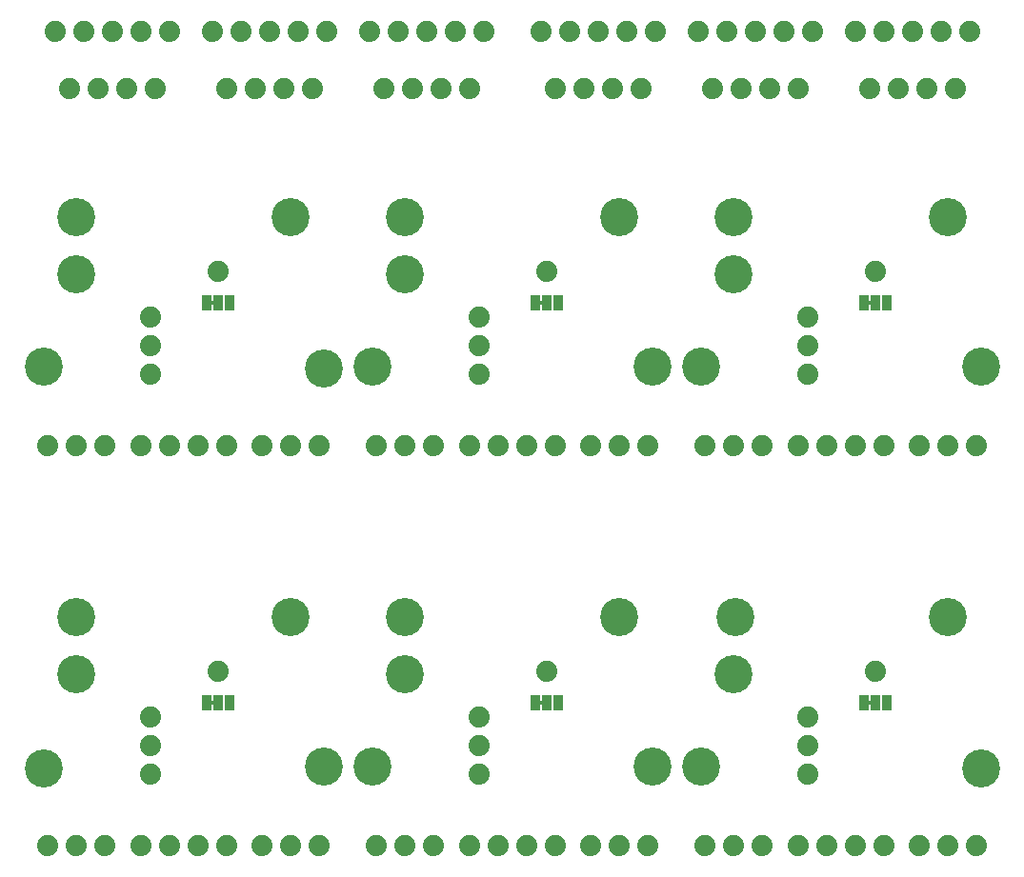
<source format=gbr>
G04 EAGLE Gerber X2 export*
%TF.Part,Single*%
%TF.FileFunction,Soldermask,Top,1*%
%TF.FilePolarity,Negative*%
%TF.GenerationSoftware,Autodesk,EAGLE,9.1.3*%
%TF.CreationDate,2018-11-04T16:40:41Z*%
G75*
%MOIN*%
%FSLAX34Y34*%
%LPD*%
%AMOC8*
5,1,8,0,0,1.08239X$1,22.5*%
G01*
%ADD10C,0.133000*%
%ADD11C,0.074000*%
%ADD12R,0.033000X0.058000*%

G36*
X29578Y21926D02*
X29578Y21926D01*
X29581Y21926D01*
X29582Y21927D01*
X29584Y21927D01*
X29586Y21929D01*
X29589Y21930D01*
X29590Y21931D01*
X29591Y21932D01*
X29593Y21934D01*
X29595Y21936D01*
X29595Y21937D01*
X29596Y21939D01*
X29597Y21941D01*
X29598Y21944D01*
X29599Y21946D01*
X29599Y21947D01*
X29599Y21948D01*
X29599Y21950D01*
X29599Y22050D01*
X29599Y22053D01*
X29599Y22056D01*
X29598Y22057D01*
X29598Y22059D01*
X29596Y22061D01*
X29595Y22064D01*
X29594Y22065D01*
X29593Y22066D01*
X29591Y22068D01*
X29589Y22070D01*
X29588Y22070D01*
X29586Y22071D01*
X29584Y22072D01*
X29581Y22073D01*
X29579Y22074D01*
X29578Y22074D01*
X29577Y22074D01*
X29575Y22074D01*
X29425Y22074D01*
X29422Y22074D01*
X29419Y22074D01*
X29418Y22073D01*
X29416Y22073D01*
X29414Y22071D01*
X29411Y22070D01*
X29410Y22069D01*
X29409Y22068D01*
X29407Y22066D01*
X29405Y22064D01*
X29405Y22063D01*
X29404Y22061D01*
X29403Y22059D01*
X29402Y22056D01*
X29401Y22054D01*
X29401Y22053D01*
X29401Y22052D01*
X29401Y22050D01*
X29401Y21950D01*
X29401Y21947D01*
X29401Y21944D01*
X29402Y21943D01*
X29402Y21941D01*
X29404Y21939D01*
X29405Y21936D01*
X29406Y21935D01*
X29407Y21934D01*
X29409Y21932D01*
X29411Y21930D01*
X29412Y21930D01*
X29414Y21929D01*
X29416Y21928D01*
X29419Y21927D01*
X29421Y21926D01*
X29422Y21926D01*
X29423Y21926D01*
X29425Y21926D01*
X29575Y21926D01*
X29578Y21926D01*
G37*
G36*
X18078Y21926D02*
X18078Y21926D01*
X18081Y21926D01*
X18082Y21927D01*
X18084Y21927D01*
X18086Y21929D01*
X18089Y21930D01*
X18090Y21931D01*
X18091Y21932D01*
X18093Y21934D01*
X18095Y21936D01*
X18095Y21937D01*
X18096Y21939D01*
X18097Y21941D01*
X18098Y21944D01*
X18099Y21946D01*
X18099Y21947D01*
X18099Y21948D01*
X18099Y21950D01*
X18099Y22050D01*
X18099Y22053D01*
X18099Y22056D01*
X18098Y22057D01*
X18098Y22059D01*
X18096Y22061D01*
X18095Y22064D01*
X18094Y22065D01*
X18093Y22066D01*
X18091Y22068D01*
X18089Y22070D01*
X18088Y22070D01*
X18086Y22071D01*
X18084Y22072D01*
X18081Y22073D01*
X18079Y22074D01*
X18078Y22074D01*
X18077Y22074D01*
X18075Y22074D01*
X17925Y22074D01*
X17922Y22074D01*
X17919Y22074D01*
X17918Y22073D01*
X17916Y22073D01*
X17914Y22071D01*
X17911Y22070D01*
X17910Y22069D01*
X17909Y22068D01*
X17907Y22066D01*
X17905Y22064D01*
X17905Y22063D01*
X17904Y22061D01*
X17903Y22059D01*
X17902Y22056D01*
X17901Y22054D01*
X17901Y22053D01*
X17901Y22052D01*
X17901Y22050D01*
X17901Y21950D01*
X17901Y21947D01*
X17901Y21944D01*
X17902Y21943D01*
X17902Y21941D01*
X17904Y21939D01*
X17905Y21936D01*
X17906Y21935D01*
X17907Y21934D01*
X17909Y21932D01*
X17911Y21930D01*
X17912Y21930D01*
X17914Y21929D01*
X17916Y21928D01*
X17919Y21927D01*
X17921Y21926D01*
X17922Y21926D01*
X17923Y21926D01*
X17925Y21926D01*
X18075Y21926D01*
X18078Y21926D01*
G37*
G36*
X6578Y21926D02*
X6578Y21926D01*
X6581Y21926D01*
X6582Y21927D01*
X6584Y21927D01*
X6586Y21929D01*
X6589Y21930D01*
X6590Y21931D01*
X6591Y21932D01*
X6593Y21934D01*
X6595Y21936D01*
X6595Y21937D01*
X6596Y21939D01*
X6597Y21941D01*
X6598Y21944D01*
X6599Y21946D01*
X6599Y21947D01*
X6599Y21948D01*
X6599Y21950D01*
X6599Y22050D01*
X6599Y22053D01*
X6599Y22056D01*
X6598Y22057D01*
X6598Y22059D01*
X6596Y22061D01*
X6595Y22064D01*
X6594Y22065D01*
X6593Y22066D01*
X6591Y22068D01*
X6589Y22070D01*
X6588Y22070D01*
X6586Y22071D01*
X6584Y22072D01*
X6581Y22073D01*
X6579Y22074D01*
X6578Y22074D01*
X6577Y22074D01*
X6575Y22074D01*
X6425Y22074D01*
X6422Y22074D01*
X6419Y22074D01*
X6418Y22073D01*
X6416Y22073D01*
X6414Y22071D01*
X6411Y22070D01*
X6410Y22069D01*
X6409Y22068D01*
X6407Y22066D01*
X6405Y22064D01*
X6405Y22063D01*
X6404Y22061D01*
X6403Y22059D01*
X6402Y22056D01*
X6401Y22054D01*
X6401Y22053D01*
X6401Y22052D01*
X6401Y22050D01*
X6401Y21950D01*
X6401Y21947D01*
X6401Y21944D01*
X6402Y21943D01*
X6402Y21941D01*
X6404Y21939D01*
X6405Y21936D01*
X6406Y21935D01*
X6407Y21934D01*
X6409Y21932D01*
X6411Y21930D01*
X6412Y21930D01*
X6414Y21929D01*
X6416Y21928D01*
X6419Y21927D01*
X6421Y21926D01*
X6422Y21926D01*
X6423Y21926D01*
X6425Y21926D01*
X6575Y21926D01*
X6578Y21926D01*
G37*
G36*
X29578Y7926D02*
X29578Y7926D01*
X29581Y7926D01*
X29582Y7927D01*
X29584Y7927D01*
X29586Y7929D01*
X29589Y7930D01*
X29590Y7931D01*
X29591Y7932D01*
X29593Y7934D01*
X29595Y7936D01*
X29595Y7937D01*
X29596Y7939D01*
X29597Y7941D01*
X29598Y7944D01*
X29599Y7946D01*
X29599Y7947D01*
X29599Y7948D01*
X29599Y7950D01*
X29599Y8050D01*
X29599Y8053D01*
X29599Y8056D01*
X29598Y8057D01*
X29598Y8059D01*
X29596Y8061D01*
X29595Y8064D01*
X29594Y8065D01*
X29593Y8066D01*
X29591Y8068D01*
X29589Y8070D01*
X29588Y8070D01*
X29586Y8071D01*
X29584Y8072D01*
X29581Y8073D01*
X29579Y8074D01*
X29578Y8074D01*
X29577Y8074D01*
X29575Y8074D01*
X29425Y8074D01*
X29422Y8074D01*
X29419Y8074D01*
X29418Y8073D01*
X29416Y8073D01*
X29414Y8071D01*
X29411Y8070D01*
X29410Y8069D01*
X29409Y8068D01*
X29407Y8066D01*
X29405Y8064D01*
X29405Y8063D01*
X29404Y8061D01*
X29403Y8059D01*
X29402Y8056D01*
X29401Y8054D01*
X29401Y8053D01*
X29401Y8052D01*
X29401Y8050D01*
X29401Y7950D01*
X29401Y7947D01*
X29401Y7944D01*
X29402Y7943D01*
X29402Y7941D01*
X29404Y7939D01*
X29405Y7936D01*
X29406Y7935D01*
X29407Y7934D01*
X29409Y7932D01*
X29411Y7930D01*
X29412Y7930D01*
X29414Y7929D01*
X29416Y7928D01*
X29419Y7927D01*
X29421Y7926D01*
X29422Y7926D01*
X29423Y7926D01*
X29425Y7926D01*
X29575Y7926D01*
X29578Y7926D01*
G37*
G36*
X18078Y7926D02*
X18078Y7926D01*
X18081Y7926D01*
X18082Y7927D01*
X18084Y7927D01*
X18086Y7929D01*
X18089Y7930D01*
X18090Y7931D01*
X18091Y7932D01*
X18093Y7934D01*
X18095Y7936D01*
X18095Y7937D01*
X18096Y7939D01*
X18097Y7941D01*
X18098Y7944D01*
X18099Y7946D01*
X18099Y7947D01*
X18099Y7948D01*
X18099Y7950D01*
X18099Y8050D01*
X18099Y8053D01*
X18099Y8056D01*
X18098Y8057D01*
X18098Y8059D01*
X18096Y8061D01*
X18095Y8064D01*
X18094Y8065D01*
X18093Y8066D01*
X18091Y8068D01*
X18089Y8070D01*
X18088Y8070D01*
X18086Y8071D01*
X18084Y8072D01*
X18081Y8073D01*
X18079Y8074D01*
X18078Y8074D01*
X18077Y8074D01*
X18075Y8074D01*
X17925Y8074D01*
X17922Y8074D01*
X17919Y8074D01*
X17918Y8073D01*
X17916Y8073D01*
X17914Y8071D01*
X17911Y8070D01*
X17910Y8069D01*
X17909Y8068D01*
X17907Y8066D01*
X17905Y8064D01*
X17905Y8063D01*
X17904Y8061D01*
X17903Y8059D01*
X17902Y8056D01*
X17901Y8054D01*
X17901Y8053D01*
X17901Y8052D01*
X17901Y8050D01*
X17901Y7950D01*
X17901Y7947D01*
X17901Y7944D01*
X17902Y7943D01*
X17902Y7941D01*
X17904Y7939D01*
X17905Y7936D01*
X17906Y7935D01*
X17907Y7934D01*
X17909Y7932D01*
X17911Y7930D01*
X17912Y7930D01*
X17914Y7929D01*
X17916Y7928D01*
X17919Y7927D01*
X17921Y7926D01*
X17922Y7926D01*
X17923Y7926D01*
X17925Y7926D01*
X18075Y7926D01*
X18078Y7926D01*
G37*
G36*
X6578Y7926D02*
X6578Y7926D01*
X6581Y7926D01*
X6582Y7927D01*
X6584Y7927D01*
X6586Y7929D01*
X6589Y7930D01*
X6590Y7931D01*
X6591Y7932D01*
X6593Y7934D01*
X6595Y7936D01*
X6595Y7937D01*
X6596Y7939D01*
X6597Y7941D01*
X6598Y7944D01*
X6599Y7946D01*
X6599Y7947D01*
X6599Y7948D01*
X6599Y7950D01*
X6599Y8050D01*
X6599Y8053D01*
X6599Y8056D01*
X6598Y8057D01*
X6598Y8059D01*
X6596Y8061D01*
X6595Y8064D01*
X6594Y8065D01*
X6593Y8066D01*
X6591Y8068D01*
X6589Y8070D01*
X6588Y8070D01*
X6586Y8071D01*
X6584Y8072D01*
X6581Y8073D01*
X6579Y8074D01*
X6578Y8074D01*
X6577Y8074D01*
X6575Y8074D01*
X6425Y8074D01*
X6422Y8074D01*
X6419Y8074D01*
X6418Y8073D01*
X6416Y8073D01*
X6414Y8071D01*
X6411Y8070D01*
X6410Y8069D01*
X6409Y8068D01*
X6407Y8066D01*
X6405Y8064D01*
X6405Y8063D01*
X6404Y8061D01*
X6403Y8059D01*
X6402Y8056D01*
X6401Y8054D01*
X6401Y8053D01*
X6401Y8052D01*
X6401Y8050D01*
X6401Y7950D01*
X6401Y7947D01*
X6401Y7944D01*
X6402Y7943D01*
X6402Y7941D01*
X6404Y7939D01*
X6405Y7936D01*
X6406Y7935D01*
X6407Y7934D01*
X6409Y7932D01*
X6411Y7930D01*
X6412Y7930D01*
X6414Y7929D01*
X6416Y7928D01*
X6419Y7927D01*
X6421Y7926D01*
X6422Y7926D01*
X6423Y7926D01*
X6425Y7926D01*
X6575Y7926D01*
X6578Y7926D01*
G37*
D10*
X1750Y25000D03*
X9250Y25000D03*
X1750Y23000D03*
X13250Y25000D03*
X13250Y23000D03*
X12100Y19750D03*
X10400Y19700D03*
X600Y19750D03*
X20750Y25000D03*
X24750Y25000D03*
X24750Y23000D03*
X32250Y25000D03*
X33400Y19750D03*
X23600Y19750D03*
X21900Y19750D03*
X1750Y11000D03*
X1750Y9000D03*
X9250Y11000D03*
X13250Y11000D03*
X13250Y9000D03*
X20750Y11000D03*
X24800Y11000D03*
X24750Y9000D03*
X21900Y5750D03*
X23600Y5750D03*
X32250Y11000D03*
X33400Y5700D03*
X12100Y5750D03*
X10400Y5750D03*
X600Y5700D03*
D11*
X4350Y7500D03*
X4350Y6500D03*
X4350Y5500D03*
X8250Y3000D03*
X9250Y3000D03*
X10250Y3000D03*
X750Y3000D03*
X1750Y3000D03*
X2750Y3000D03*
X4000Y3000D03*
X5000Y3000D03*
X6000Y3000D03*
X7000Y3000D03*
D12*
X7100Y8000D03*
X6700Y8000D03*
X6300Y8000D03*
D11*
X6700Y9100D03*
X15850Y7500D03*
X15850Y6500D03*
X15850Y5500D03*
X19750Y3000D03*
X20750Y3000D03*
X21750Y3000D03*
X12250Y3000D03*
X13250Y3000D03*
X14250Y3000D03*
X15500Y3000D03*
X16500Y3000D03*
X17500Y3000D03*
X18500Y3000D03*
D12*
X18600Y8000D03*
X18200Y8000D03*
X17800Y8000D03*
D11*
X18200Y9100D03*
X27350Y7500D03*
X27350Y6500D03*
X27350Y5500D03*
X31250Y3000D03*
X32250Y3000D03*
X33250Y3000D03*
X23750Y3000D03*
X24750Y3000D03*
X25750Y3000D03*
X27000Y3000D03*
X28000Y3000D03*
X29000Y3000D03*
X30000Y3000D03*
D12*
X30100Y8000D03*
X29700Y8000D03*
X29300Y8000D03*
D11*
X29700Y9100D03*
X4350Y21500D03*
X4350Y20500D03*
X4350Y19500D03*
X8250Y17000D03*
X9250Y17000D03*
X10250Y17000D03*
X750Y17000D03*
X1750Y17000D03*
X2750Y17000D03*
X4000Y17000D03*
X5000Y17000D03*
X6000Y17000D03*
X7000Y17000D03*
D12*
X7100Y22000D03*
X6700Y22000D03*
X6300Y22000D03*
D11*
X6700Y23100D03*
X15850Y21500D03*
X15850Y20500D03*
X15850Y19500D03*
X19750Y17000D03*
X20750Y17000D03*
X21750Y17000D03*
X12250Y17000D03*
X13250Y17000D03*
X14250Y17000D03*
X15500Y17000D03*
X16500Y17000D03*
X17500Y17000D03*
X18500Y17000D03*
D12*
X18600Y22000D03*
X18200Y22000D03*
X17800Y22000D03*
D11*
X18200Y23100D03*
X27350Y21500D03*
X27350Y20500D03*
X27350Y19500D03*
X31250Y17000D03*
X32250Y17000D03*
X33250Y17000D03*
X23750Y17000D03*
X24750Y17000D03*
X25750Y17000D03*
X27000Y17000D03*
X28000Y17000D03*
X29000Y17000D03*
X30000Y17000D03*
D12*
X30100Y22000D03*
X29700Y22000D03*
X29300Y22000D03*
D11*
X29700Y23100D03*
X1000Y31500D03*
X2000Y31500D03*
X3000Y31500D03*
X4000Y31500D03*
X5000Y31500D03*
X4500Y29500D03*
X3500Y29500D03*
X2500Y29500D03*
X1500Y29500D03*
X6500Y31500D03*
X7500Y31500D03*
X8500Y31500D03*
X9500Y31500D03*
X10500Y31500D03*
X10000Y29500D03*
X9000Y29500D03*
X8000Y29500D03*
X7000Y29500D03*
X12000Y31500D03*
X13000Y31500D03*
X14000Y31500D03*
X15000Y31500D03*
X16000Y31500D03*
X15500Y29500D03*
X14500Y29500D03*
X13500Y29500D03*
X12500Y29500D03*
X18000Y31500D03*
X19000Y31500D03*
X20000Y31500D03*
X21000Y31500D03*
X22000Y31500D03*
X21500Y29500D03*
X20500Y29500D03*
X19500Y29500D03*
X18500Y29500D03*
X23500Y31500D03*
X24500Y31500D03*
X25500Y31500D03*
X26500Y31500D03*
X27500Y31500D03*
X27000Y29500D03*
X26000Y29500D03*
X25000Y29500D03*
X24000Y29500D03*
X29000Y31500D03*
X30000Y31500D03*
X31000Y31500D03*
X32000Y31500D03*
X33000Y31500D03*
X32500Y29500D03*
X31500Y29500D03*
X30500Y29500D03*
X29500Y29500D03*
M02*

</source>
